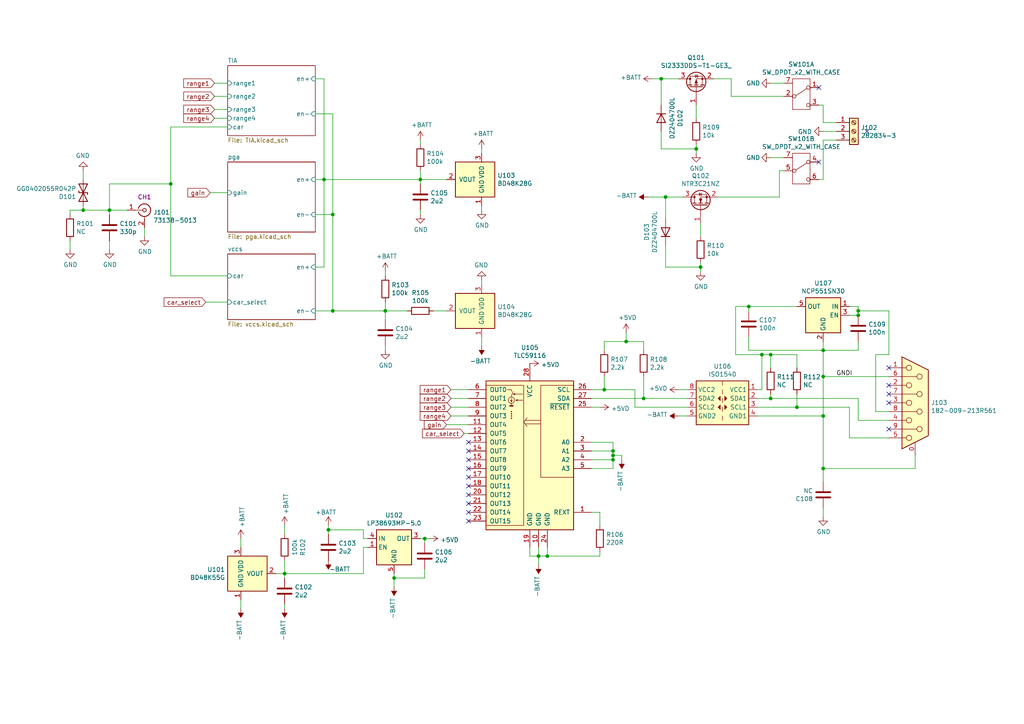
<source format=kicad_sch>
(kicad_sch (version 20211123) (generator eeschema)
  (paper "A4")
  (lib_symbols
    (symbol "Connector:Conn_Coaxial" (pin_names (offset 1.016) hide)
      (property "Reference" "J" (at 0.254 3.048 0))
      (property "Value" "Conn_Coaxial" (at 2.921 0 90))
      (symbol "Conn_Coaxial_0_1"
        (arc (start -1.778 -0.508) (mid 0.222 -1.808) (end 1.778 0) (stroke (width 0.254)))
        (polyline (pts (xy -2.54 0) (xy -0.508 0)))
        (polyline (pts (xy 0 -2.54) (xy 0 -1.778)))
        (circle (center 0 0) (radius 0.508) (stroke (width 0.2032)))
        (arc (start 1.778 0) (mid 0.2221 1.8083) (end -1.778 0.508) (stroke (width 0.254)))
      )
      (symbol "Conn_Coaxial_1_1"
        (pin passive line (at -5.08 0 0) (length 2.54) (name "In") (number "1"))
        (pin passive line (at 0 -5.08 90) (length 2.54) (name "Ext") (number "2"))
      )
    )
    (symbol "Device:C" (pin_numbers hide) (pin_names (offset 0.254))
      (property "Reference" "C" (at 0.635 2.54 0))
      (property "Value" "C" (at 0.635 -2.54 0))
      (symbol "C_0_1"
        (polyline (pts (xy -2.032 -0.762) (xy 2.032 -0.762)) (stroke (width 0.508)))
        (polyline (pts (xy -2.032 0.762) (xy 2.032 0.762)) (stroke (width 0.508)))
      )
      (symbol "C_1_1"
        (pin passive line (at 0 3.81 270) (length 2.794) (name "~") (number "1"))
        (pin passive line (at 0 -3.81 90) (length 2.794) (name "~") (number "2"))
      )
    )
    (symbol "Device:D" (pin_numbers hide) (pin_names (offset 1.016) hide)
      (property "Reference" "D" (at 0 2.54 0))
      (property "Value" "D" (at 0 -2.54 0))
      (symbol "D_0_1"
        (polyline (pts (xy -1.27 1.27) (xy -1.27 -1.27)) (stroke (width 0.254)))
        (polyline (pts (xy 1.27 0) (xy -1.27 0)))
        (polyline (pts (xy 1.27 1.27) (xy 1.27 -1.27) (xy -1.27 0) (xy 1.27 1.27)) (stroke (width 0.254)))
      )
      (symbol "D_1_1"
        (pin passive line (at -3.81 0 0) (length 2.54) (name "K") (number "1"))
        (pin passive line (at 3.81 0 180) (length 2.54) (name "A") (number "2"))
      )
    )
    (symbol "Device:D_TVS" (pin_numbers hide) (pin_names (offset 1.016) hide)
      (property "Reference" "D" (at 0 2.54 0))
      (property "Value" "D_TVS" (at 0 -2.54 0))
      (symbol "D_TVS_0_1"
        (polyline (pts (xy 1.27 0) (xy -1.27 0)))
        (polyline (pts (xy 0.508 1.27) (xy 0 1.27) (xy 0 -1.27) (xy -0.508 -1.27)) (stroke (width 0.254)))
        (polyline (pts (xy -2.54 1.27) (xy -2.54 -1.27) (xy 2.54 1.27) (xy 2.54 -1.27) (xy -2.54 1.27)) (stroke (width 0.254)))
      )
      (symbol "D_TVS_1_1"
        (pin passive line (at -3.81 0 0) (length 2.54) (name "A1") (number "1"))
        (pin passive line (at 3.81 0 180) (length 2.54) (name "A2") (number "2"))
      )
    )
    (symbol "Device:R" (pin_numbers hide) (pin_names (offset 0))
      (property "Reference" "R" (at 2.032 0 90))
      (property "Value" "R" (at 0 0 90))
      (symbol "R_0_1"
        (rectangle (start -1.016 -2.54) (end 1.016 2.54) (stroke (width 0.254)))
      )
      (symbol "R_1_1"
        (pin passive line (at 0 3.81 270) (length 1.27) (name "~") (number "1"))
        (pin passive line (at 0 -3.81 90) (length 1.27) (name "~") (number "2"))
      )
    )
    (symbol "Isolator:ISO1540"
      (property "Reference" "U" (at -6.35 6.35 0))
      (property "Value" "ISO1540" (at 3.81 6.35 0))
      (symbol "ISO1540_0_1"
        (rectangle (start -7.62 5.08) (end 7.62 -7.62) (stroke (width 0.254)) (fill (type background)))
        (rectangle (start 0 -5.08) (end 0 -6.35))
        (polyline (pts (xy 0 -2.54) (xy 0 -3.81)))
        (polyline (pts (xy 0 0) (xy 0 -1.27)))
        (polyline (pts (xy 0 2.54) (xy 0 1.27)))
        (polyline (pts (xy 0 5.08) (xy 0 3.81)))
        (polyline (pts (xy -0.635 0.635) (xy -1.27 0) (xy -0.635 -0.635) (xy -0.635 0.635)) (fill (type outline)))
        (polyline (pts (xy 0.635 -1.905) (xy 1.27 -2.54) (xy 0.635 -3.175) (xy 0.635 -1.905)) (fill (type outline)))
        (polyline (pts (xy 0.635 0.635) (xy 1.27 0) (xy 0.635 -0.635) (xy 0.635 0.635)) (fill (type outline)))
      )
      (symbol "ISO1540_1_1"
        (polyline (pts (xy -0.635 -1.905) (xy -1.27 -2.54) (xy -0.635 -3.175) (xy -0.635 -1.905)) (fill (type outline)))
        (pin power_in line (at -10.16 2.54 0) (length 2.54) (name "VCC1") (number "1"))
        (pin bidirectional line (at -10.16 0 0) (length 2.54) (name "SDA1") (number "2"))
        (pin bidirectional line (at -10.16 -2.54 0) (length 2.54) (name "SCL1") (number "3"))
        (pin power_in line (at -10.16 -5.08 0) (length 2.54) (name "GND1") (number "4"))
        (pin power_in line (at 10.16 -5.08 180) (length 2.54) (name "GND2") (number "5"))
        (pin bidirectional line (at 10.16 -2.54 180) (length 2.54) (name "SCL2") (number "6"))
        (pin bidirectional line (at 10.16 0 180) (length 2.54) (name "SDA2") (number "7"))
        (pin power_in line (at 10.16 2.54 180) (length 2.54) (name "VCC2") (number "8"))
      )
    )
    (symbol "Power_Management:BD48KxxG" (pin_names (offset 1.016))
      (property "Reference" "U" (at -3.81 6.35 0))
      (property "Value" "BD48KxxG" (at -5.08 0 90))
      (symbol "BD48KxxG_1_1"
        (rectangle (start -3.81 5.08) (end 7.62 -5.08) (stroke (width 0.254)) (fill (type background)))
        (pin power_in line (at 0 -7.62 90) (length 2.54) (name "GND") (number "1"))
        (pin output line (at 10.16 0 180) (length 2.54) (name "VOUT") (number "2"))
        (pin power_in line (at 0 7.62 270) (length 2.54) (name "VDD") (number "3"))
      )
    )
    (symbol "Regulator_Linear:LP5907MFX-2.5"
      (property "Reference" "U" (at -3.81 6.35 0))
      (property "Value" "LP5907MFX-2.5" (at 6.35 6.35 0))
      (symbol "LP5907MFX-2.5_0_1"
        (rectangle (start -5.08 -5.08) (end 5.08 5.08) (stroke (width 0.254)) (fill (type background)))
        (pin power_in line (at -7.62 2.54 0) (length 2.54) (name "IN") (number "1"))
        (pin power_in line (at 0 -7.62 90) (length 2.54) (name "GND") (number "2"))
        (pin input line (at -7.62 0 0) (length 2.54) (name "EN") (number "3"))
        (pin no_connect line (at 5.08 0 180) (length 2.54) hide (name "NC") (number "4"))
        (pin power_out line (at 7.62 2.54 180) (length 2.54) (name "OUT") (number "5"))
      )
    )
    (symbol "power:+5VD" (power) (pin_names (offset 0))
      (property "Value" "+5VD" (at 0 3.556 0))
      (symbol "+5VD_0_1"
        (polyline (pts (xy -0.762 1.27) (xy 0 2.54)))
        (polyline (pts (xy 0 0) (xy 0 2.54)))
        (polyline (pts (xy 0 2.54) (xy 0.762 1.27)))
      )
      (symbol "+5VD_1_1"
        (pin power_in line (at 0 0 90) (length 0) hide (name "+5VD") (number "1"))
      )
    )
    (symbol "power:+BATT" (power) (pin_names (offset 0))
      (property "Value" "+BATT" (at 0 3.556 0))
      (symbol "+BATT_0_1"
        (polyline (pts (xy -0.762 1.27) (xy 0 2.54)))
        (polyline (pts (xy 0 0) (xy 0 2.54)))
        (polyline (pts (xy 0 2.54) (xy 0.762 1.27)))
      )
      (symbol "+BATT_1_1"
        (pin power_in line (at 0 0 90) (length 0) hide (name "+BATT") (number "1"))
      )
    )
    (symbol "power:-BATT" (power) (pin_names (offset 0))
      (property "Value" "-BATT" (at 0 3.556 0))
      (symbol "-BATT_0_1"
        (polyline (pts (xy 0 0) (xy 0 2.54)))
        (polyline (pts (xy 0.762 1.27) (xy -0.762 1.27) (xy 0 2.54) (xy 0.762 1.27)) (fill (type outline)))
      )
      (symbol "-BATT_1_1"
        (pin power_in line (at 0 0 90) (length 0) hide (name "-BATT") (number "1"))
      )
    )
    (symbol "power:GND" (power) (pin_names (offset 0))
      (property "Value" "GND" (at 0 -3.81 0))
      (symbol "GND_0_1"
        (polyline (pts (xy 0 0) (xy 0 -1.27) (xy 1.27 -1.27) (xy 0 -2.54) (xy -1.27 -1.27) (xy 0 -1.27)))
      )
      (symbol "GND_1_1"
        (pin power_in line (at 0 0 270) (length 0) hide (name "GND") (number "1"))
      )
    )
    (symbol "tiepieLCR:LP38693MP-5.0"
      (property "Reference" "U" (at -3.81 6.35 0))
      (property "Value" "LP38693MP-5.0" (at 6.35 6.35 0))
      (symbol "LP38693MP-5.0_0_1"
        (rectangle (start -5.08 -5.08) (end 5.08 5.08) (stroke (width 0.254)) (fill (type background)))
        (pin input line (at -7.62 0 0) (length 2.54) (name "EN") (number "1"))
        (pin no_connect line (at 5.08 0 180) (length 2.54) hide (name "NC") (number "2"))
        (pin power_out line (at 7.62 2.54 180) (length 2.54) (name "OUT") (number "3"))
        (pin power_in line (at -7.62 2.54 0) (length 2.54) (name "IN") (number "4"))
        (pin power_in line (at 0 -7.62 90) (length 2.54) (name "GND") (number "5"))
      )
    )
    (symbol "tiepieLCR:NTR3C21NZ" (pin_names (offset 0) hide)
      (property "Reference" "Q" (at 5.08 1.27 0))
      (property "Value" "NTR3C21NZ" (at 5.08 -1.27 0))
      (symbol "NTR3C21NZ_0_1"
        (polyline (pts (xy 0.254 0) (xy -2.54 0)))
        (polyline (pts (xy 0.254 1.905) (xy 0.254 -1.905)) (stroke (width 0.254)))
        (polyline (pts (xy 0.762 -1.27) (xy 0.762 -2.286)) (stroke (width 0.254)))
        (polyline (pts (xy 0.762 0.508) (xy 0.762 -0.508)) (stroke (width 0.254)))
        (polyline (pts (xy 0.762 2.286) (xy 0.762 1.27)) (stroke (width 0.254)))
        (polyline (pts (xy 2.54 2.54) (xy 2.54 1.778)))
        (polyline (pts (xy 2.54 -2.54) (xy 2.54 0) (xy 0.762 0)))
        (polyline (pts (xy 0.762 -1.778) (xy 3.302 -1.778) (xy 3.302 1.778) (xy 0.762 1.778)))
        (polyline (pts (xy 1.016 0) (xy 2.032 0.381) (xy 2.032 -0.381) (xy 1.016 0)) (fill (type outline)))
        (polyline (pts (xy 2.794 0.508) (xy 2.921 0.381) (xy 3.683 0.381) (xy 3.81 0.254)))
        (polyline (pts (xy 3.302 0.381) (xy 2.921 -0.254) (xy 3.683 -0.254) (xy 3.302 0.381)))
        (circle (center 1.651 0) (radius 2.794) (stroke (width 0.254)))
        (circle (center 2.54 -1.778) (radius 0.254) (fill (type outline)))
        (circle (center 2.54 1.778) (radius 0.254) (fill (type outline)))
      )
      (symbol "NTR3C21NZ_1_1"
        (pin input line (at -5.08 0 0) (length 2.54) (name "G") (number "1"))
        (pin input line (at 2.54 -5.08 90) (length 2.54) (name "S") (number "2"))
        (pin power_out line (at 2.54 5.08 270) (length 2.54) (name "D") (number "3"))
      )
    )
    (symbol "tiepieLCR:SI2333DDS-T1-GE3_" (pin_names (offset 0) hide)
      (property "Reference" "Q" (at 5.08 1.27 0))
      (property "Value" "SI2333DDS-T1-GE3_" (at 5.08 -1.27 0))
      (symbol "SI2333DDS-T1-GE3__0_1"
        (polyline (pts (xy 0.254 0) (xy -2.54 0)))
        (polyline (pts (xy 0.254 1.905) (xy 0.254 -1.905)) (stroke (width 0.254)))
        (polyline (pts (xy 0.762 -1.27) (xy 0.762 -2.286)) (stroke (width 0.254)))
        (polyline (pts (xy 0.762 0.508) (xy 0.762 -0.508)) (stroke (width 0.254)))
        (polyline (pts (xy 0.762 2.286) (xy 0.762 1.27)) (stroke (width 0.254)))
        (polyline (pts (xy 2.54 2.54) (xy 2.54 1.778)))
        (polyline (pts (xy 2.54 -2.54) (xy 2.54 0) (xy 0.762 0)))
        (polyline (pts (xy 0.762 1.778) (xy 3.302 1.778) (xy 3.302 -1.778) (xy 0.762 -1.778)))
        (polyline (pts (xy 2.286 0) (xy 1.27 0.381) (xy 1.27 -0.381) (xy 2.286 0)) (fill (type outline)))
        (polyline (pts (xy 2.794 -0.508) (xy 2.921 -0.381) (xy 3.683 -0.381) (xy 3.81 -0.254)))
        (polyline (pts (xy 3.302 -0.381) (xy 2.921 0.254) (xy 3.683 0.254) (xy 3.302 -0.381)))
        (circle (center 1.651 0) (radius 2.794) (stroke (width 0.254)))
        (circle (center 2.54 -1.778) (radius 0.254) (fill (type outline)))
        (circle (center 2.54 1.778) (radius 0.254) (fill (type outline)))
      )
      (symbol "SI2333DDS-T1-GE3__1_1"
        (pin input line (at -5.08 0 0) (length 2.54) (name "G") (number "1"))
        (pin input line (at 2.54 -5.08 90) (length 2.54) (name "S") (number "2"))
        (pin power_out line (at 2.54 5.08 270) (length 2.54) (name "D") (number "3"))
      )
    )
    (symbol "tiepieLCR:SW_DPDT_x2_WITH_CASE" (pin_names (offset 0) hide)
      (property "Reference" "SW" (at 0 4.318 0))
      (property "Value" "SW_DPDT_x2_WITH_CASE" (at 0 -5.08 0))
      (symbol "SW_DPDT_x2_WITH_CASE_0_0"
        (circle (center -2.032 0) (radius 0.508))
        (circle (center 2.032 -2.54) (radius 0.508))
      )
      (symbol "SW_DPDT_x2_WITH_CASE_0_1"
        (polyline (pts (xy -1.524 0.254) (xy 1.651 2.286)))
        (polyline (pts (xy -2.54 5.08) (xy -2.54 -3.81) (xy 2.54 -3.81) (xy 2.54 5.08) (xy -2.54 5.08)))
        (circle (center 2.032 2.54) (radius 0.508))
      )
      (symbol "SW_DPDT_x2_WITH_CASE_1_1"
        (pin passive line (at 5.08 2.54 180) (length 2.54) (name "A") (number "1"))
        (pin passive line (at -5.08 0 0) (length 2.54) (name "B") (number "2"))
        (pin passive line (at 5.08 -2.54 180) (length 2.54) (name "C") (number "3"))
        (pin input line (at -5.08 3.81 0) (length 2.54) (name "CASE") (number "7"))
      )
      (symbol "SW_DPDT_x2_WITH_CASE_2_1"
        (pin passive line (at 5.08 2.54 180) (length 2.54) (name "A") (number "4"))
        (pin passive line (at -5.08 0 0) (length 2.54) (name "B") (number "5"))
        (pin passive line (at 5.08 -2.54 180) (length 2.54) (name "C") (number "6"))
        (pin input line (at -5.08 3.81 0) (length 2.54) (name "CASE") (number "7"))
      )
    )
    (symbol "tiepieLCR:TLC59116" (pin_names (offset 1.016))
      (property "Reference" "U" (at -12.7 22.225 0))
      (property "Value" "TLC59116" (at 12.7 22.225 0))
      (symbol "TLC59116_0_1"
        (rectangle (start -12.7 19.05) (end -3.175 -7.62))
        (rectangle (start -12.7 20.32) (end 12.7 -22.86) (stroke (width 0.254)) (fill (type background)))
        (polyline (pts (xy -3.175 8.89) (xy 1.27 8.89)))
        (polyline (pts (xy 1.27 7.874) (xy -3.175 7.874)))
        (polyline (pts (xy 1.778 8.382) (xy 0.762 7.112)))
        (polyline (pts (xy 1.778 8.382) (xy 0.762 9.652)))
        (polyline (pts (xy 5.334 13.716) (xy 5.334 13.208)))
        (polyline (pts (xy 5.334 14.224) (xy 5.588 14.732)))
        (polyline (pts (xy 5.334 15.24) (xy 5.334 14.224) (xy 5.08 14.732)))
        (polyline (pts (xy 5.334 15.748) (xy 5.334 16.002) (xy 4.826 17.272)))
        (polyline (pts (xy 5.334 17.272) (xy 5.334 17.78) (xy 6.604 17.78)))
        (polyline (pts (xy 2.032 14.732) (xy 4.064 14.732) (xy 3.556 14.986) (xy 4.064 14.732) (xy 3.556 14.478)))
        (polyline (pts (xy 2.032 16.51) (xy 4.826 16.51) (xy 4.318 16.764) (xy 4.826 16.51) (xy 4.318 16.256)))
        (rectangle (start 1.778 19.05) (end 12.7 -21.59))
        (rectangle (start 4.826 13.208) (end 5.842 12.954) (fill (type outline)))
        (circle (center 5.334 9.525) (radius 0.127) (fill (type outline)))
        (circle (center 5.334 10.16) (radius 0.127) (fill (type outline)))
        (circle (center 5.334 10.795) (radius 0.127) (fill (type outline)))
        (circle (center 5.334 11.43) (radius 0.127) (fill (type outline)))
        (circle (center 5.334 14.732) (radius 0.9144))
      )
      (symbol "TLC59116_1_1"
        (pin input line (at -17.78 -17.78 0) (length 5.08) (name "REXT") (number "1"))
        (pin power_in line (at -2.54 -27.94 90) (length 5.08) (name "GND") (number "10"))
        (pin open_collector line (at 17.78 7.62 180) (length 5.08) (name "OUT4") (number "11"))
        (pin open_collector line (at 17.78 5.08 180) (length 5.08) (name "OUT5") (number "12"))
        (pin open_collector line (at 17.78 2.54 180) (length 5.08) (name "OUT6") (number "13"))
        (pin open_collector line (at 17.78 0 180) (length 5.08) (name "OUT7") (number "14"))
        (pin open_collector line (at 17.78 -2.54 180) (length 5.08) (name "OUT8") (number "15"))
        (pin open_collector line (at 17.78 -5.08 180) (length 5.08) (name "OUT9") (number "16"))
        (pin open_collector line (at 17.78 -7.62 180) (length 5.08) (name "OUT10") (number "17"))
        (pin open_collector line (at 17.78 -10.16 180) (length 5.08) (name "OUT11") (number "18"))
        (pin power_in line (at 0 -27.94 90) (length 5.08) (name "GND") (number "19"))
        (pin input line (at -17.78 2.54 0) (length 5.08) (name "A0") (number "2"))
        (pin open_collector line (at 17.78 -12.7 180) (length 5.08) (name "OUT12") (number "20"))
        (pin open_collector line (at 17.78 -15.24 180) (length 5.08) (name "OUT13") (number "21"))
        (pin open_collector line (at 17.78 -17.78 180) (length 5.08) (name "OUT14") (number "22"))
        (pin open_collector line (at 17.78 -20.32 180) (length 5.08) (name "OUT15") (number "23"))
        (pin power_in line (at -5.08 -27.94 90) (length 5.08) (name "GND") (number "24"))
        (pin input line (at -17.78 12.7 0) (length 5.08) (name "~{RESET}") (number "25"))
        (pin open_collector line (at -17.78 17.78 0) (length 5.08) (name "SCL") (number "26"))
        (pin open_collector line (at -17.78 15.24 0) (length 5.08) (name "SDA") (number "27"))
        (pin power_in line (at 0 25.4 270) (length 5.08) (name "VCC") (number "28"))
        (pin input line (at -17.78 0 0) (length 5.08) (name "A1") (number "3"))
        (pin input line (at -17.78 -2.54 0) (length 5.08) (name "A2") (number "4"))
        (pin input line (at -17.78 -5.08 0) (length 5.08) (name "A3") (number "5"))
        (pin open_collector line (at 17.78 17.78 180) (length 5.08) (name "OUT0") (number "6"))
        (pin open_collector line (at 17.78 15.24 180) (length 5.08) (name "OUT1") (number "7"))
        (pin open_collector line (at 17.78 12.7 180) (length 5.08) (name "OUT2") (number "8"))
        (pin open_collector line (at 17.78 10.16 180) (length 5.08) (name "OUT3") (number "9"))
      )
    )
    (symbol "tiepieLCR:battery_2P" (pin_names (offset 1.016) hide)
      (property "Reference" "J" (at 0 5.08 0))
      (property "Value" "battery_2P" (at 0 -5.08 0))
      (symbol "battery_2P_1_1"
        (rectangle (start -1.27 3.81) (end 1.27 -3.81) (stroke (width 0.254)) (fill (type background)))
        (circle (center 0 -2.54) (radius 0.635) (stroke (width 0.1524)))
        (polyline (pts (xy -0.5334 -2.2098) (xy 0.3302 -3.048)) (stroke (width 0.1524)))
        (polyline (pts (xy -0.5334 0.3302) (xy 0.3302 -0.508)) (stroke (width 0.1524)))
        (polyline (pts (xy -0.5334 2.8702) (xy 0.3302 2.032)) (stroke (width 0.1524)))
        (polyline (pts (xy -0.3556 -2.032) (xy 0.508 -2.8702)) (stroke (width 0.1524)))
        (polyline (pts (xy -0.3556 0.508) (xy 0.508 -0.3302)) (stroke (width 0.1524)))
        (polyline (pts (xy -0.3556 3.048) (xy 0.508 2.2098)) (stroke (width 0.1524)))
        (circle (center 0 0) (radius 0.635) (stroke (width 0.1524)))
        (circle (center 0 2.54) (radius 0.635) (stroke (width 0.1524)))
        (pin power_out line (at -5.08 2.54 0) (length 3.81) (name "Pin_1") (number "1"))
        (pin power_out line (at -5.08 0 0) (length 3.81) (name "Pin_2") (number "2"))
        (pin power_out line (at -5.08 -2.54 0) (length 3.81) (name "Pin_3") (number "3"))
      )
    )
    (symbol "tiepieLCR:tiepie_aux" (pin_names (offset 1.016) hide)
      (property "Reference" "J" (at 0 16.51 0))
      (property "Value" "tiepie_aux" (at 0 14.605 0))
      (symbol "tiepie_aux_0_1"
        (circle (center -1.778 -10.16) (radius 0.762))
        (circle (center -1.778 -5.08) (radius 0.762))
        (circle (center -1.778 0) (radius 0.762))
        (circle (center -1.778 5.08) (radius 0.762))
        (circle (center -1.778 10.16) (radius 0.762))
        (polyline (pts (xy -3.81 -10.16) (xy -2.54 -10.16)))
        (polyline (pts (xy -3.81 -7.62) (xy 0.508 -7.62)))
        (polyline (pts (xy -3.81 -5.08) (xy -2.54 -5.08)))
        (polyline (pts (xy -3.81 -2.54) (xy 0.508 -2.54)))
        (polyline (pts (xy -3.81 0) (xy -2.54 0)))
        (polyline (pts (xy -3.81 2.54) (xy 0.508 2.54)))
        (polyline (pts (xy -3.81 5.08) (xy -2.54 5.08)))
        (polyline (pts (xy -3.81 7.62) (xy 0.508 7.62)))
        (polyline (pts (xy -3.81 10.16) (xy -2.54 10.16)))
        (polyline (pts (xy -3.81 13.335) (xy -3.81 -13.335) (xy 3.81 -9.525) (xy 3.81 9.525) (xy -3.81 13.335)) (stroke (width 0.254)) (fill (type background)))
        (circle (center 1.27 -7.62) (radius 0.762))
        (circle (center 1.27 -2.54) (radius 0.762))
        (circle (center 1.27 2.54) (radius 0.762))
        (circle (center 1.27 7.62) (radius 0.762))
      )
      (symbol "tiepie_aux_1_1"
        (pin passive line (at 0 -15.24 90) (length 3.81) (name "PAD") (number "0"))
        (pin passive line (at -7.62 10.16 0) (length 3.81) (name "EXT1") (number "1"))
        (pin passive line (at -7.62 5.08 0) (length 3.81) (name "EXT2") (number "2"))
        (pin passive line (at -7.62 0 0) (length 3.81) (name "EXT3") (number "3"))
        (pin passive line (at -7.62 -5.08 0) (length 3.81) (name "SDA") (number "4"))
        (pin passive line (at -7.62 -10.16 0) (length 3.81) (name "SCL") (number "5"))
        (pin power_out line (at -7.62 7.62 0) (length 3.81) (name "GND") (number "6"))
        (pin power_out line (at -7.62 2.54 0) (length 3.81) (name "IN") (number "7"))
        (pin power_out line (at -7.62 -2.54 0) (length 3.81) (name "OUT") (number "8"))
        (pin passive line (at -7.62 -7.62 0) (length 3.81) (name "RES") (number "9"))
      )
    )
  )
  (junction (at 177.8 132.08))
  (junction (at 95.25 153.67))
  (junction (at 156.21 161.29))
  (junction (at 201.93 43.18))
  (junction (at 238.76 101.6))
  (junction (at 24.13 60.96))
  (junction (at 231.14 118.11))
  (junction (at 114.3 167.64))
  (junction (at 186.69 115.57))
  (junction (at 203.2 77.47))
  (junction (at 31.75 60.96))
  (junction (at 93.98 52.07))
  (junction (at 49.53 53.34))
  (junction (at 123.19 156.21))
  (junction (at 158.75 161.29))
  (junction (at 96.52 90.17))
  (junction (at 223.52 102.87))
  (junction (at 223.52 115.57))
  (junction (at 217.17 88.9))
  (junction (at 248.92 91.44))
  (junction (at 96.52 62.23))
  (junction (at 238.76 109.22))
  (junction (at 248.92 90.17))
  (junction (at 177.8 130.81))
  (junction (at 238.76 120.65))
  (junction (at 82.55 166.37))
  (junction (at 181.61 99.06))
  (junction (at 175.26 113.03))
  (junction (at 111.76 90.17))
  (junction (at 121.92 52.07))
  (junction (at 193.04 57.15))
  (junction (at 177.8 133.35))
  (junction (at 220.98 102.87))
  (junction (at 238.76 135.89))
  (junction (at 191.77 22.86))
  (no_connect (at 257.81 116.84))
  (no_connect (at 135.89 151.13))
  (no_connect (at 257.81 106.68))
  (no_connect (at 135.89 135.89))
  (no_connect (at 237.49 46.99))
  (no_connect (at 135.89 146.05))
  (no_connect (at 257.81 114.3))
  (no_connect (at 135.89 140.97))
  (no_connect (at 135.89 130.81))
  (no_connect (at 257.81 124.46))
  (no_connect (at 251.46 38.1))
  (no_connect (at 237.49 25.4))
  (no_connect (at 135.89 133.35))
  (no_connect (at 135.89 128.27))
  (no_connect (at 257.81 111.76))
  (no_connect (at 135.89 148.59))
  (no_connect (at -180.34 93.98))
  (no_connect (at 135.89 138.43))
  (no_connect (at 135.89 143.51))
  (wire (pts (xy 175.26 99.06) (xy 181.61 99.06)))
  (wire (pts (xy 80.01 166.37) (xy 82.55 166.37)))
  (wire (pts (xy 20.32 62.23) (xy 20.32 60.96)))
  (wire (pts (xy 20.32 69.85) (xy 20.32 72.39)))
  (wire (pts (xy 173.99 152.4) (xy 173.99 148.59)))
  (wire (pts (xy 82.55 166.37) (xy 82.55 162.56)))
  (wire (pts (xy 237.49 30.48) (xy 238.76 30.48)))
  (wire (pts (xy 212.09 27.94) (xy 227.33 27.94)))
  (wire (pts (xy 198.12 57.15) (xy 193.04 57.15)))
  (wire (pts (xy 105.41 156.21) (xy 106.68 156.21)))
  (wire (pts (xy 111.76 101.6) (xy 111.76 100.33)))
  (wire (pts (xy 231.14 118.11) (xy 246.38 118.11)))
  (wire (pts (xy 186.69 109.22) (xy 186.69 115.57)))
  (wire (pts (xy 213.36 88.9) (xy 213.36 102.87)))
  (wire (pts (xy 66.04 87.63) (xy 59.69 87.63)))
  (wire (pts (xy 93.98 52.07) (xy 121.92 52.07)))
  (wire (pts (xy 93.98 22.86) (xy 93.98 52.07)))
  (wire (pts (xy 199.39 113.03) (xy 196.85 113.03)))
  (wire (pts (xy 105.41 153.67) (xy 105.41 156.21)))
  (wire (pts (xy 173.99 148.59) (xy 171.45 148.59)))
  (wire (pts (xy 246.38 127) (xy 257.81 127)))
  (wire (pts (xy 24.13 52.07) (xy 24.13 49.53)))
  (wire (pts (xy 123.19 157.48) (xy 123.19 156.21)))
  (wire (pts (xy 91.44 90.17) (xy 96.52 90.17)))
  (wire (pts (xy 177.8 132.08) (xy 180.34 132.08)))
  (wire (pts (xy 62.23 34.29) (xy 66.04 34.29)))
  (wire (pts (xy 31.75 60.96) (xy 36.83 60.96)))
  (wire (pts (xy 62.23 31.75) (xy 66.04 31.75)))
  (wire (pts (xy 24.13 60.96) (xy 31.75 60.96)))
  (wire (pts (xy 24.13 60.96) (xy 20.32 60.96)))
  (wire (pts (xy 201.93 41.91) (xy 201.93 43.18)))
  (wire (pts (xy 93.98 52.07) (xy 93.98 77.47)))
  (wire (pts (xy 31.75 62.23) (xy 31.75 60.96)))
  (wire (pts (xy 177.8 133.35) (xy 171.45 133.35)))
  (wire (pts (xy 265.43 132.08) (xy 265.43 135.89)))
  (wire (pts (xy 139.7 43.18) (xy 139.7 44.45)))
  (wire (pts (xy 248.92 88.9) (xy 248.92 90.17)))
  (wire (pts (xy 226.06 49.53) (xy 226.06 57.15)))
  (wire (pts (xy 217.17 101.6) (xy 238.76 101.6)))
  (wire (pts (xy 177.8 132.08) (xy 177.8 130.81)))
  (wire (pts (xy 69.85 158.75) (xy 69.85 156.21)))
  (wire (pts (xy 257.81 90.17) (xy 257.81 102.87)))
  (wire (pts (xy 153.67 158.75) (xy 153.67 161.29)))
  (wire (pts (xy 31.75 53.34) (xy 49.53 53.34)))
  (wire (pts (xy 193.04 57.15) (xy 187.96 57.15)))
  (wire (pts (xy 62.23 27.94) (xy 66.04 27.94)))
  (wire (pts (xy 177.8 130.81) (xy 177.8 128.27)))
  (wire (pts (xy 121.92 40.64) (xy 121.92 41.91)))
  (wire (pts (xy 66.04 80.01) (xy 49.53 80.01)))
  (wire (pts (xy 217.17 97.79) (xy 217.17 101.6)))
  (wire (pts (xy 223.52 106.68) (xy 223.52 102.87)))
  (wire (pts (xy 203.2 77.47) (xy 203.2 78.74)))
  (wire (pts (xy 105.41 166.37) (xy 82.55 166.37)))
  (wire (pts (xy 238.76 120.65) (xy 238.76 109.22)))
  (wire (pts (xy 203.2 76.2) (xy 203.2 77.47)))
  (wire (pts (xy 246.38 127) (xy 246.38 118.11)))
  (wire (pts (xy 135.89 125.73) (xy 134.62 125.73)))
  (wire (pts (xy 96.52 62.23) (xy 96.52 90.17)))
  (wire (pts (xy 111.76 87.63) (xy 111.76 90.17)))
  (wire (pts (xy 106.68 158.75) (xy 105.41 158.75)))
  (wire (pts (xy 111.76 78.74) (xy 111.76 80.01)))
  (wire (pts (xy 82.55 167.64) (xy 82.55 166.37)))
  (wire (pts (xy 238.76 109.22) (xy 257.81 109.22)))
  (wire (pts (xy 66.04 24.13) (xy 62.23 24.13)))
  (wire (pts (xy 177.8 135.89) (xy 177.8 133.35)))
  (wire (pts (xy 49.53 53.34) (xy 49.53 80.01)))
  (wire (pts (xy 135.89 120.65) (xy 130.81 120.65)))
  (wire (pts (xy 139.7 100.33) (xy 139.7 97.79)))
  (wire (pts (xy 254 102.87) (xy 257.81 102.87)))
  (wire (pts (xy 171.45 130.81) (xy 177.8 130.81)))
  (wire (pts (xy 60.96 55.88) (xy 66.04 55.88)))
  (wire (pts (xy 219.71 118.11) (xy 231.14 118.11)))
  (wire (pts (xy 184.15 118.11) (xy 199.39 118.11)))
  (wire (pts (xy 203.2 64.77) (xy 203.2 68.58)))
  (wire (pts (xy 31.75 53.34) (xy 31.75 60.96)))
  (wire (pts (xy 248.92 115.57) (xy 248.92 121.92)))
  (wire (pts (xy 238.76 30.48) (xy 238.76 35.56)))
  (wire (pts (xy 242.57 38.1) (xy 238.76 38.1)))
  (wire (pts (xy 231.14 102.87) (xy 223.52 102.87)))
  (wire (pts (xy 121.92 52.07) (xy 129.54 52.07)))
  (wire (pts (xy 175.26 109.22) (xy 175.26 113.03)))
  (wire (pts (xy 180.34 133.35) (xy 180.34 132.08)))
  (wire (pts (xy 95.25 153.67) (xy 105.41 153.67)))
  (wire (pts (xy 208.28 57.15) (xy 226.06 57.15)))
  (wire (pts (xy 121.92 60.96) (xy 121.92 62.23)))
  (wire (pts (xy 248.92 121.92) (xy 257.81 121.92)))
  (wire (pts (xy 193.04 63.5) (xy 193.04 57.15)))
  (wire (pts (xy 121.92 53.34) (xy 121.92 52.07)))
  (wire (pts (xy 130.81 113.03) (xy 135.89 113.03)))
  (wire (pts (xy 238.76 52.07) (xy 237.49 52.07)))
  (wire (pts (xy 181.61 99.06) (xy 186.69 99.06)))
  (wire (pts (xy 91.44 22.86) (xy 93.98 22.86)))
  (wire (pts (xy 191.77 43.18) (xy 201.93 43.18)))
  (wire (pts (xy 213.36 88.9) (xy 217.17 88.9)))
  (wire (pts (xy 184.15 113.03) (xy 184.15 118.11)))
  (wire (pts (xy 223.52 24.13) (xy 227.33 24.13)))
  (wire (pts (xy 139.7 60.96) (xy 139.7 59.69)))
  (wire (pts (xy 196.85 120.65) (xy 199.39 120.65)))
  (wire (pts (xy 201.93 30.48) (xy 201.93 34.29)))
  (wire (pts (xy 130.81 118.11) (xy 135.89 118.11)))
  (wire (pts (xy 238.76 147.32) (xy 238.76 149.86)))
  (wire (pts (xy 191.77 38.1) (xy 191.77 43.18)))
  (wire (pts (xy 181.61 96.52) (xy 181.61 99.06)))
  (wire (pts (xy 114.3 167.64) (xy 123.19 167.64)))
  (wire (pts (xy 223.52 115.57) (xy 248.92 115.57)))
  (wire (pts (xy 238.76 139.7) (xy 238.76 135.89)))
  (wire (pts (xy 219.71 113.03) (xy 220.98 113.03)))
  (wire (pts (xy 95.25 153.67) (xy 95.25 152.4)))
  (wire (pts (xy 186.69 101.6) (xy 186.69 99.06)))
  (wire (pts (xy 248.92 90.17) (xy 248.92 91.44)))
  (wire (pts (xy 248.92 91.44) (xy 246.38 91.44)))
  (wire (pts (xy 248.92 90.17) (xy 257.81 90.17)))
  (wire (pts (xy 121.92 156.21) (xy 123.19 156.21)))
  (wire (pts (xy 24.13 59.69) (xy 24.13 60.96)))
  (wire (pts (xy 49.53 36.83) (xy 49.53 53.34)))
  (wire (pts (xy 156.21 161.29) (xy 156.21 163.83)))
  (wire (pts (xy 158.75 161.29) (xy 173.99 161.29)))
  (wire (pts (xy 69.85 173.99) (xy 69.85 176.53)))
  (wire (pts (xy 31.75 69.85) (xy 31.75 72.39)))
  (wire (pts (xy 173.99 160.02) (xy 173.99 161.29)))
  (wire (pts (xy 213.36 102.87) (xy 220.98 102.87)))
  (wire (pts (xy 82.55 175.26) (xy 82.55 176.53)))
  (wire (pts (xy 177.8 128.27) (xy 171.45 128.27)))
  (wire (pts (xy 91.44 52.07) (xy 93.98 52.07)))
  (wire (pts (xy 223.52 45.72) (xy 227.33 45.72)))
  (wire (pts (xy 153.67 161.29) (xy 156.21 161.29)))
  (wire (pts (xy 171.45 113.03) (xy 175.26 113.03)))
  (wire (pts (xy 254 119.38) (xy 257.81 119.38)))
  (wire (pts (xy 135.89 115.57) (xy 130.81 115.57)))
  (wire (pts (xy 121.92 49.53) (xy 121.92 52.07)))
  (wire (pts (xy 111.76 90.17) (xy 118.11 90.17)))
  (wire (pts (xy 220.98 102.87) (xy 220.98 113.03)))
  (wire (pts (xy 171.45 115.57) (xy 186.69 115.57)))
  (wire (pts (xy 238.76 40.64) (xy 238.76 52.07)))
  (wire (pts (xy 231.14 106.68) (xy 231.14 102.87)))
  (wire (pts (xy 175.26 113.03) (xy 184.15 113.03)))
  (wire (pts (xy 123.19 167.64) (xy 123.19 165.1)))
  (wire (pts (xy 171.45 135.89) (xy 177.8 135.89)))
  (wire (pts (xy 189.23 22.86) (xy 191.77 22.86)))
  (wire (pts (xy 238.76 135.89) (xy 238.76 120.65)))
  (wire (pts (xy 193.04 71.12) (xy 193.04 77.47)))
  (wire (pts (xy 265.43 135.89) (xy 238.76 135.89)))
  (wire (pts (xy 212.09 22.86) (xy 207.01 22.86)))
  (wire (pts (xy 217.17 90.17) (xy 217.17 88.9)))
  (wire (pts (xy 246.38 88.9) (xy 248.92 88.9)))
  (wire (pts (xy 201.93 43.18) (xy 201.93 44.45)))
  (wire (pts (xy 158.75 161.29) (xy 158.75 158.75)))
  (wire (pts (xy 171.45 118.11) (xy 173.99 118.11)))
  (wire (pts (xy 191.77 30.48) (xy 191.77 22.86)))
  (wire (pts (xy 227.33 49.53) (xy 226.06 49.53)))
  (wire (pts (xy 114.3 167.64) (xy 114.3 170.18)))
  (wire (pts (xy 82.55 154.94) (xy 82.55 152.4)))
  (wire (pts (xy 49.53 36.83) (xy 66.04 36.83)))
  (wire (pts (xy 177.8 132.08) (xy 177.8 133.35)))
  (wire (pts (xy 242.57 35.56) (xy 238.76 35.56)))
  (wire (pts (xy 238.76 109.22) (xy 238.76 101.6)))
  (wire (pts (xy 238.76 101.6) (xy 248.92 101.6)))
  (wire (pts (xy 125.73 90.17) (xy 129.54 90.17)))
  (wire (pts (xy 191.77 22.86) (xy 196.85 22.86)))
  (wire (pts (xy 96.52 62.23) (xy 91.44 62.23)))
  (wire (pts (xy 212.09 27.94) (xy 212.09 22.86)))
  (wire (pts (xy 95.25 154.94) (xy 95.25 153.67)))
  (wire (pts (xy 41.91 68.58) (xy 41.91 66.04)))
  (wire (pts (xy 156.21 161.29) (xy 158.75 161.29)))
  (wire (pts (xy 156.21 158.75) (xy 156.21 161.29)))
  (wire (pts (xy 193.04 77.47) (xy 203.2 77.47)))
  (wire (pts (xy 238.76 99.06) (xy 238.76 101.6)))
  (wire (pts (xy 186.69 115.57) (xy 199.39 115.57)))
  (wire (pts (xy 238.76 40.64) (xy 242.57 40.64)))
  (wire (pts (xy 129.54 123.19) (xy 135.89 123.19)))
  (wire (pts (xy 231.14 114.3) (xy 231.14 118.11)))
  (wire (pts (xy 111.76 92.71) (xy 111.76 90.17)))
  (wire (pts (xy 223.52 102.87) (xy 220.98 102.87)))
  (wire (pts (xy 111.76 90.17) (xy 96.52 90.17)))
  (wire (pts (xy 139.7 82.55) (xy 139.7 81.28)))
  (wire (pts (xy 219.71 120.65) (xy 238.76 120.65)))
  (wire (pts (xy 93.98 77.47) (xy 91.44 77.47)))
  (wire (pts (xy 223.52 114.3) (xy 223.52 115.57)))
  (wire (pts (xy 105.41 158.75) (xy 105.41 166.37)))
  (wire (pts (xy 254 119.38) (xy 254 102.87)))
  (wire (pts (xy 217.17 88.9) (xy 231.14 88.9)))
  (wire (pts (xy 91.44 33.02) (xy 96.52 33.02)))
  (wire (pts (xy 96.52 33.02) (xy 96.52 62.23)))
  (wire (pts (xy 123.19 156.21) (xy 124.46 156.21)))
  (wire (pts (xy 248.92 101.6) (xy 248.92 99.06)))
  (wire (pts (xy 175.26 99.06) (xy 175.26 101.6)))
  (wire (pts (xy 114.3 166.37) (xy 114.3 167.64)))
  (wire (pts (xy 219.71 115.57) (xy 223.52 115.57)))
  (label "GNDI" (at 242.57 109.22 0))
  (global_label "range1" (shape input) (at 130.81 113.03 180) (property "Intersheet References" "${INTERSHEET_REFS}" (effects hide)))
  (global_label "range4" (shape input) (at 62.23 34.29 180) (property "Intersheet References" "${INTERSHEET_REFS}" (effects hide)))
  (global_label "range3" (shape input) (at 130.81 118.11 180) (property "Intersheet References" "${INTERSHEET_REFS}" (effects hide)))
  (global_label "gain" (shape input) (at 60.96 55.88 180) (property "Intersheet References" "${INTERSHEET_REFS}" (effects hide)))
  (global_label "range1" (shape input) (at 62.23 24.13 180) (property "Intersheet References" "${INTERSHEET_REFS}" (effects hide)))
  (global_label "range4" (shape input) (at 130.81 120.65 180) (property "Intersheet References" "${INTERSHEET_REFS}" (effects hide)))
  (global_label "car_select" (shape input) (at 134.62 125.73 180) (property "Intersheet References" "${INTERSHEET_REFS}" (effects hide)))
  (global_label "range2" (shape input) (at 130.81 115.57 180) (property "Intersheet References" "${INTERSHEET_REFS}" (effects hide)))
  (global_label "car_select" (shape input) (at 59.69 87.63 180) (property "Intersheet References" "${INTERSHEET_REFS}" (effects hide)))
  (global_label "range2" (shape input) (at 62.23 27.94 180) (property "Intersheet References" "${INTERSHEET_REFS}" (effects hide)))
  (global_label "gain" (shape input) (at 129.54 123.19 180) (property "Intersheet References" "${INTERSHEET_REFS}" (effects hide)))
  (global_label "range3" (shape input) (at 62.23 31.75 180) (property "Intersheet References" "${INTERSHEET_REFS}" (effects hide)))
  (symbol (lib_id "Isolator:ISO1540") (at 209.55 115.57 0) (mirror y) (unit 1)
    (property "Reference" "U106" (at 209.55 106.2482 0))
    (property "Value" "ISO1540" (at 209.55 108.5596 0))
    (property "Footprint" "Package_SO:SOIC-8_3.9x4.9mm_P1.27mm" (effects hide))
    (property "Datasheet" "http://www.ti.com/lit/ds/symlink/iso1541.pdf" (effects hide))
  )
  (symbol (lib_id "Device:R") (at 186.69 105.41 180) (unit 1)
    (property "Reference" "R108" (at 188.468 104.2416 0) (effects (justify right)))
    (property "Value" "2.2k" (at 188.468 106.553 0) (effects (justify right)))
    (property "Footprint" "Resistor_SMD:R_0603_1608Metric_Pad1.05x0.95mm_HandSolder" (effects hide))
  )
  (symbol (lib_id "Device:R") (at 175.26 105.41 180) (unit 1)
    (property "Reference" "R107" (at 177.038 104.2416 0) (effects (justify right)))
    (property "Value" "2.2k" (at 177.038 106.553 0) (effects (justify right)))
    (property "Footprint" "Resistor_SMD:R_0603_1608Metric_Pad1.05x0.95mm_HandSolder" (effects hide))
  )
  (symbol (lib_id "Connector:Conn_Coaxial") (at 41.91 60.96 0)
    (property "Reference" "J101" (at 44.45 61.595 0) (effects (justify left)))
    (property "Value" "73138-5013" (at 44.45 63.9064 0) (effects (justify left)))
    (property "Footprint" "tiepieLCR:0731385033" (effects hide))
    (property "Datasheet" " ~" (effects hide))
    (property "Name" "CH1" (at 41.91 57.15 0))
  )
  (symbol (lib_id "power:GND") (at 41.91 68.58 0)
    (property "Reference" "#PWR0104" (effects hide))
    (property "Value" "GND" (at 42.037 72.9742 0))
  )
  (symbol (lib_id "Device:R") (at 20.32 66.04 0)
    (property "Reference" "R101" (at 22.098 64.8716 0) (effects (justify left)))
    (property "Value" "NC" (at 22.098 67.183 0) (effects (justify left)))
    (property "Footprint" "Resistor_SMD:R_0603_1608Metric_Pad1.05x0.95mm_HandSolder" (effects hide))
  )
  (symbol (lib_id "power:GND") (at 31.75 72.39 0)
    (property "Reference" "#PWR0103" (effects hide))
    (property "Value" "GND" (at 31.877 76.7842 0))
  )
  (symbol (lib_id "power:GND") (at 20.32 72.39 0)
    (property "Reference" "#PWR0101" (effects hide))
    (property "Value" "GND" (at 20.447 76.7842 0))
  )
  (symbol (lib_id "Device:C") (at 31.75 66.04 0)
    (property "Reference" "C101" (at 34.671 64.8716 0) (effects (justify left)))
    (property "Value" "330p" (at 34.671 67.183 0) (effects (justify left)))
    (property "Footprint" "Capacitor_SMD:C_0603_1608Metric_Pad1.05x0.95mm_HandSolder" (effects hide))
  )
  (symbol (lib_id "power:+5VD") (at 181.61 96.52 0) (unit 1)
    (property "Reference" "#PWR0125" (effects hide))
    (property "Value" "+5VD" (at 181.991 92.1258 0))
  )
  (symbol (lib_id "power:+5VD") (at 196.85 113.03 90) (unit 1)
    (property "Reference" "#PWR0128" (effects hide))
    (property "Value" "+5VD" (at 193.5988 112.649 90) (effects (justify left)))
  )
  (symbol (lib_id "power:-BATT") (at 196.85 120.65 90) (unit 1)
    (property "Reference" "#PWR0129" (effects hide))
    (property "Value" "-BATT" (at 193.6242 120.269 90) (effects (justify left)))
  )
  (symbol (lib_id "Regulator_Linear:LP5907MFX-2.5") (at 238.76 91.44 0) (mirror y)
    (property "Reference" "U107" (at 238.76 82.1182 0))
    (property "Value" " NCP551SN30" (at 238.76 84.4296 0))
    (property "Footprint" "Package_TO_SOT_SMD:SOT-23-5" (effects hide))
    (property "Datasheet" "http://www.ti.com/lit/ds/symlink/lp5907.pdf" (effects hide))
  )
  (symbol (lib_id "power:+5VD") (at 173.99 118.11 270) (unit 1)
    (property "Reference" "#PWR0123" (effects hide))
    (property "Value" "+5VD" (at 177.2412 118.491 90) (effects (justify left)))
  )
  (symbol (lib_id "power:-BATT") (at 180.34 133.35 180) (unit 1)
    (property "Reference" "#PWR0124" (effects hide))
    (property "Value" "-BATT" (at 179.959 136.5758 90) (effects (justify left)))
  )
  (symbol (lib_id "power:-BATT") (at 156.21 163.83 180) (unit 1)
    (property "Reference" "#PWR0122" (effects hide))
    (property "Value" "-BATT" (at 155.829 167.0558 90) (effects (justify left)))
  )
  (symbol (lib_id "Device:R") (at 173.99 156.21 0) (unit 1)
    (property "Reference" "R106" (at 175.768 155.0416 0) (effects (justify left)))
    (property "Value" "220R" (at 175.768 157.353 0) (effects (justify left)))
    (property "Footprint" "Resistor_SMD:R_0603_1608Metric_Pad1.05x0.95mm_HandSolder" (effects hide))
  )
  (symbol (lib_id "Device:C") (at 248.92 95.25 0) (unit 1)
    (property "Reference" "C109" (at 251.841 94.0816 0) (effects (justify left)))
    (property "Value" "100n" (at 251.841 96.393 0) (effects (justify left)))
    (property "Footprint" "Capacitor_SMD:C_0603_1608Metric_Pad1.05x0.95mm_HandSolder" (effects hide))
  )
  (symbol (lib_id "Device:C") (at 217.17 93.98 0) (unit 1)
    (property "Reference" "C107" (at 220.091 92.8116 0) (effects (justify left)))
    (property "Value" "100n" (at 220.091 95.123 0) (effects (justify left)))
    (property "Footprint" "Capacitor_SMD:C_0603_1608Metric_Pad1.05x0.95mm_HandSolder" (effects hide))
  )
  (symbol (lib_id "power:+5VD") (at 153.67 105.41 270) (unit 1)
    (property "Reference" "#PWR0121" (effects hide))
    (property "Value" "+5VD" (at 156.9212 105.791 90) (effects (justify left)))
  )
  (symbol (lib_id "Device:D") (at 191.77 34.29 90) (mirror x)
    (property "Reference" "D102" (at 197.2564 34.29 0))
    (property "Value" "DZ2404700L" (at 194.945 34.29 0))
    (property "Footprint" "Diode_SMD:D_SOD-128" (effects hide))
  )
  (symbol (lib_id "Device:D") (at 193.04 67.31 270) (mirror x)
    (property "Reference" "D103" (at 187.5536 67.31 0))
    (property "Value" "DZ2404700L" (at 189.865 67.31 0))
    (property "Footprint" "Diode_SMD:D_SOD-128" (effects hide))
  )
  (symbol (lib_id "power:-BATT") (at 114.3 170.18 180) (unit 1)
    (property "Reference" "#PWR0113" (effects hide))
    (property "Value" "-BATT" (at 113.919 173.4058 90) (effects (justify left)))
  )
  (symbol (lib_id "power:+BATT") (at 95.25 152.4 0) (unit 1)
    (property "Reference" "#PWR0109" (effects hide))
    (property "Value" "+BATT" (at 91.44 148.59 0) (effects (justify left)))
  )
  (symbol (lib_id "tiepieLCR:LP38693MP-5.0") (at 114.3 158.75 0) (unit 1)
    (property "Reference" "U102" (at 114.3 149.4282 0))
    (property "Value" "LP38693MP-5.0" (at 114.3 151.7396 0))
    (property "Footprint" "Package_TO_SOT_SMD:SOT-223-5" (effects hide))
  )
  (symbol (lib_id "Power_Management:BD48KxxG") (at 69.85 166.37 0) (unit 1)
    (property "Reference" "U101" (at 65.278 165.2016 0) (effects (justify right)))
    (property "Value" "BD48K55G" (at 65.278 167.513 0) (effects (justify right)))
    (property "Footprint" "Package_TO_SOT_SMD:SOT-23" (effects hide))
    (property "Datasheet" "https://www.rohm.de/datasheet/BD4830FVE/bd48xxg-e" (effects hide))
  )
  (symbol (lib_id "power:-BATT") (at 69.85 176.53 180) (unit 1)
    (property "Reference" "#PWR0106" (effects hide))
    (property "Value" "-BATT" (at 69.469 179.7558 90) (effects (justify left)))
  )
  (symbol (lib_id "power:+BATT") (at 69.85 156.21 0) (unit 1)
    (property "Reference" "#PWR0105" (effects hide))
    (property "Value" "+BATT" (at 70.231 152.9842 90) (effects (justify left)))
  )
  (symbol (lib_id "Device:R") (at 82.55 158.75 0) (unit 1)
    (property "Reference" "R102" (at 87.8078 158.75 90))
    (property "Value" "100k" (at 85.4964 158.75 90))
    (property "Footprint" "Resistor_SMD:R_0603_1608Metric_Pad1.05x0.95mm_HandSolder" (effects hide))
  )
  (symbol (lib_id "power:+BATT") (at 82.55 152.4 0) (unit 1)
    (property "Reference" "#PWR0107" (effects hide))
    (property "Value" "+BATT" (at 82.931 149.1742 90) (effects (justify left)))
  )
  (symbol (lib_id "tiepieLCR:battery_2P") (at 247.65 38.1 0) (unit 1)
    (property "Reference" "J102" (at 249.682 37.0332 0) (effects (justify left)))
    (property "Value" "282834-3" (at 249.682 39.3446 0) (effects (justify left)))
    (property "Footprint" "TerminalBlock_TE-Connectivity:TerminalBlock_TE_282834-3_1x03_P2.54mm_Horizontal" (effects hide))
  )
  (symbol (lib_id "power:+5VD") (at 124.46 156.21 270) (unit 1)
    (property "Reference" "#PWR0116" (effects hide))
    (property "Value" "+5VD" (at 127.7112 156.591 90) (effects (justify left)))
  )
  (symbol (lib_id "tiepieLCR:TLC59116") (at 153.67 130.81 0) (mirror y) (unit 1)
    (property "Reference" "U105" (at 153.67 100.8126 0))
    (property "Value" "TLC59116" (at 153.67 103.124 0))
    (property "Footprint" "Package_SO:TSSOP-28_4.4x9.7mm_P0.65mm" (effects hide))
  )
  (symbol (lib_id "tiepieLCR:SI2333DDS-T1-GE3_") (at 201.93 25.4 90) (unit 1)
    (property "Reference" "Q101" (at 201.93 16.7132 90))
    (property "Value" "SI2333DDS-T1-GE3_" (at 201.93 19.0246 90))
    (property "Footprint" "Package_TO_SOT_SMD:SOT-23" (effects hide))
  )
  (symbol (lib_id "tiepieLCR:NTR3C21NZ") (at 203.2 59.69 90) (unit 1)
    (property "Reference" "Q102" (at 203.2 51.0032 90))
    (property "Value" "NTR3C21NZ" (at 203.2 53.3146 90))
    (property "Footprint" "Package_TO_SOT_SMD:SOT-23" (effects hide))
  )
  (symbol (lib_id "tiepieLCR:tiepie_aux") (at 265.43 116.84 0) (unit 1)
    (property "Reference" "J103" (at 270.002 116.7892 0) (effects (justify left)))
    (property "Value" "182-009-213R561 " (at 270.002 119.1006 0) (effects (justify left)))
    (property "Footprint" "Connector_Dsub:DSUB-9_Female_Horizontal_P2.77x2.84mm_EdgePinOffset7.70mm_Housed_MountingHolesOffset9.12mm" (effects hide))
    (property "Datasheet" " ~" (effects hide))
  )
  (symbol (lib_id "Device:D_TVS") (at 24.13 55.88 90)
    (property "Reference" "D101" (at 22.1234 57.0484 90) (effects (justify left)))
    (property "Value" "GG0402055R042P" (at 22.1234 54.737 90) (effects (justify left)))
    (property "Footprint" "Diode_SMD:D_0402_1005Metric" (effects hide))
  )
  (symbol (lib_id "power:GND") (at 24.13 49.53 180)
    (property "Reference" "#PWR0102" (effects hide))
    (property "Value" "GND" (at 24.003 45.1358 0))
  )
  (symbol (lib_id "tiepieLCR:SW_DPDT_x2_WITH_CASE") (at 232.41 27.94 0) (unit 1)
    (property "Reference" "SW101" (at 232.41 18.669 0))
    (property "Value" "SW_DPDT_x2_WITH_CASE" (at 232.41 20.9804 0))
    (property "Footprint" "tiepieLCR:EG2219" (effects hide))
  )
  (symbol (lib_id "power:GND") (at 223.52 24.13 270) (unit 1)
    (property "Reference" "#PWR0132" (effects hide))
    (property "Value" "GND" (at 218.44 24.13 90))
  )
  (symbol (lib_id "tiepieLCR:SW_DPDT_x2_WITH_CASE") (at 232.41 49.53 0) (unit 2)
    (property "Reference" "SW101" (at 232.41 40.259 0))
    (property "Value" "SW_DPDT_x2_WITH_CASE" (at 232.41 42.5704 0))
    (property "Footprint" "tiepieLCR:EG2219" (effects hide))
  )
  (symbol (lib_id "power:GND") (at 223.52 45.72 270) (unit 1)
    (property "Reference" "#PWR0133" (effects hide))
    (property "Value" "GND" (at 218.44 45.72 90))
  )
  (symbol (lib_id "Device:R") (at 201.93 38.1 0) (unit 1)
    (property "Reference" "R109" (at 203.708 36.9316 0) (effects (justify left)))
    (property "Value" "10k" (at 203.708 39.243 0) (effects (justify left)))
    (property "Footprint" "Resistor_SMD:R_0603_1608Metric_Pad1.05x0.95mm_HandSolder" (effects hide))
  )
  (symbol (lib_id "power:GND") (at 201.93 44.45 0) (unit 1)
    (property "Reference" "#PWR0130" (effects hide))
    (property "Value" "GND" (at 202.057 48.8442 0))
  )
  (symbol (lib_id "power:GND") (at 238.76 38.1 270) (unit 1)
    (property "Reference" "#PWR0134" (effects hide))
    (property "Value" "GND" (at 235.5088 38.227 90) (effects (justify right)))
  )
  (symbol (lib_id "Device:R") (at 203.2 72.39 0) (unit 1)
    (property "Reference" "R110" (at 204.978 71.2216 0) (effects (justify left)))
    (property "Value" "10k" (at 204.978 73.533 0) (effects (justify left)))
    (property "Footprint" "Resistor_SMD:R_0603_1608Metric_Pad1.05x0.95mm_HandSolder" (effects hide))
  )
  (symbol (lib_id "power:GND") (at 203.2 78.74 0) (unit 1)
    (property "Reference" "#PWR0131" (effects hide))
    (property "Value" "GND" (at 203.327 83.1342 0))
  )
  (symbol (lib_id "power:+BATT") (at 189.23 22.86 90) (unit 1)
    (property "Reference" "#PWR0127" (effects hide))
    (property "Value" "+BATT" (at 186.0042 22.479 90) (effects (justify left)))
  )
  (symbol (lib_id "power:-BATT") (at 187.96 57.15 90) (unit 1)
    (property "Reference" "#PWR0126" (effects hide))
    (property "Value" "-BATT" (at 184.7342 56.769 90) (effects (justify left)))
  )
  (symbol (lib_id "Power_Management:BD48KxxG") (at 139.7 90.17 0) (mirror y) (unit 1)
    (property "Reference" "U104" (at 144.272 89.0016 0) (effects (justify right)))
    (property "Value" "BD48K28G" (at 144.272 91.313 0) (effects (justify right)))
    (property "Footprint" "Package_TO_SOT_SMD:SOT-23" (effects hide))
    (property "Datasheet" "https://www.rohm.de/datasheet/BD4830FVE/bd48xxg-e" (effects hide))
  )
  (symbol (lib_id "Power_Management:BD48KxxG") (at 139.7 52.07 0) (mirror y) (unit 1)
    (property "Reference" "U103" (at 144.272 50.9016 0) (effects (justify right)))
    (property "Value" "BD48K28G" (at 144.272 53.213 0) (effects (justify right)))
    (property "Footprint" "Package_TO_SOT_SMD:SOT-23" (effects hide))
    (property "Datasheet" "https://www.rohm.de/datasheet/BD4830FVE/bd48xxg-e" (effects hide))
  )
  (symbol (lib_id "Device:R") (at 111.76 83.82 0) (unit 1)
    (property "Reference" "R103" (at 113.538 82.6516 0) (effects (justify left)))
    (property "Value" "100k" (at 113.538 84.963 0) (effects (justify left)))
    (property "Footprint" "Resistor_SMD:R_0603_1608Metric_Pad1.05x0.95mm_HandSolder" (effects hide))
  )
  (symbol (lib_id "Device:R") (at 121.92 45.72 0) (unit 1)
    (property "Reference" "R104" (at 123.698 44.5516 0) (effects (justify left)))
    (property "Value" "100k" (at 123.698 46.863 0) (effects (justify left)))
    (property "Footprint" "Resistor_SMD:R_0603_1608Metric_Pad1.05x0.95mm_HandSolder" (effects hide))
  )
  (symbol (lib_id "power:+BATT") (at 121.92 40.64 0) (unit 1)
    (property "Reference" "#PWR0114" (effects hide))
    (property "Value" "+BATT" (at 122.301 36.2458 0))
  )
  (symbol (lib_id "power:+BATT") (at 139.7 43.18 0) (unit 1)
    (property "Reference" "#PWR0117" (effects hide))
    (property "Value" "+BATT" (at 140.081 38.7858 0))
  )
  (symbol (lib_id "power:+BATT") (at 111.76 78.74 0) (unit 1)
    (property "Reference" "#PWR0111" (effects hide))
    (property "Value" "+BATT" (at 112.141 74.3458 0))
  )
  (symbol (lib_id "power:GND") (at 139.7 60.96 0) (unit 1)
    (property "Reference" "#PWR0118" (effects hide))
    (property "Value" "GND" (at 139.827 65.3542 0))
  )
  (symbol (lib_id "power:GND") (at 139.7 81.28 180) (unit 1)
    (property "Reference" "#PWR0119" (effects hide))
    (property "Value" "GND" (at 139.573 76.8858 0))
  )
  (symbol (lib_id "power:-BATT") (at 139.7 100.33 180) (unit 1)
    (property "Reference" "#PWR0120" (effects hide))
    (property "Value" "-BATT" (at 139.319 104.7242 0))
  )
  (symbol (lib_id "Device:R") (at 121.92 90.17 90) (unit 1)
    (property "Reference" "R105" (at 121.92 84.9122 90))
    (property "Value" "100k" (at 121.92 87.2236 90))
    (property "Footprint" "Resistor_SMD:R_0603_1608Metric_Pad1.05x0.95mm_HandSolder" (effects hide))
  )
  (symbol (lib_id "Device:C") (at 238.76 143.51 180) (unit 1)
    (property "Reference" "C108" (at 235.839 144.6784 0) (effects (justify left)))
    (property "Value" "NC" (at 235.839 142.367 0) (effects (justify left)))
    (property "Footprint" "Capacitor_SMD:C_1206_3216Metric" (effects hide))
  )
  (symbol (lib_id "power:GND") (at 238.76 149.86 0) (unit 1)
    (property "Reference" "#PWR0135" (effects hide))
    (property "Value" "GND" (at 238.887 154.2542 0))
  )
  (symbol (lib_id "Device:R") (at 223.52 110.49 180) (unit 1)
    (property "Reference" "R111" (at 225.298 109.3216 0) (effects (justify right)))
    (property "Value" "NC" (at 225.298 111.633 0) (effects (justify right)))
    (property "Footprint" "Resistor_SMD:R_0603_1608Metric_Pad1.05x0.95mm_HandSolder" (effects hide))
  )
  (symbol (lib_id "Device:R") (at 231.14 110.49 180) (unit 1)
    (property "Reference" "R112" (at 232.918 109.3216 0) (effects (justify right)))
    (property "Value" "NC" (at 232.918 111.633 0) (effects (justify right)))
    (property "Footprint" "Resistor_SMD:R_0603_1608Metric_Pad1.05x0.95mm_HandSolder" (effects hide))
  )
  (symbol (lib_id "Device:C") (at 95.25 158.75 0) (unit 1)
    (property "Reference" "C103" (at 98.171 157.5816 0) (effects (justify left)))
    (property "Value" "2u2" (at 98.171 159.893 0) (effects (justify left)))
    (property "Footprint" "Capacitor_SMD:C_0603_1608Metric_Pad1.05x0.95mm_HandSolder" (effects hide))
  )
  (symbol (lib_id "power:-BATT") (at 95.25 162.56 180) (unit 1)
    (property "Reference" "#PWR0110" (effects hide))
    (property "Value" "-BATT" (at 101.6 165.1 0) (effects (justify left)))
  )
  (symbol (lib_id "Device:C") (at 123.19 161.29 0) (unit 1)
    (property "Reference" "C106" (at 126.111 160.1216 0) (effects (justify left)))
    (property "Value" "2u2" (at 126.111 162.433 0) (effects (justify left)))
    (property "Footprint" "Capacitor_SMD:C_0603_1608Metric_Pad1.05x0.95mm_HandSolder" (effects hide))
  )
  (symbol (lib_id "Device:C") (at 121.92 57.15 0) (unit 1)
    (property "Reference" "C105" (at 124.841 55.9816 0) (effects (justify left)))
    (property "Value" "2u2" (at 124.841 58.293 0) (effects (justify left)))
    (property "Footprint" "Capacitor_SMD:C_0603_1608Metric_Pad1.05x0.95mm_HandSolder" (effects hide))
  )
  (symbol (lib_id "Device:C") (at 111.76 96.52 0) (unit 1)
    (property "Reference" "C104" (at 114.681 95.3516 0) (effects (justify left)))
    (property "Value" "2u2" (at 114.681 97.663 0) (effects (justify left)))
    (property "Footprint" "Capacitor_SMD:C_0603_1608Metric_Pad1.05x0.95mm_HandSolder" (effects hide))
  )
  (symbol (lib_id "power:GND") (at 111.76 101.6 0) (unit 1)
    (property "Reference" "#PWR0112" (effects hide))
    (property "Value" "GND" (at 111.887 105.9942 0))
  )
  (symbol (lib_id "power:GND") (at 121.92 62.23 0) (unit 1)
    (property "Reference" "#PWR0115" (effects hide))
    (property "Value" "GND" (at 122.047 66.6242 0))
  )
  (symbol (lib_id "Device:C") (at 82.55 171.45 0) (unit 1)
    (property "Reference" "C102" (at 85.471 170.2816 0) (effects (justify left)))
    (property "Value" "2u2" (at 85.471 172.593 0) (effects (justify left)))
    (property "Footprint" "Capacitor_SMD:C_0603_1608Metric_Pad1.05x0.95mm_HandSolder" (effects hide))
  )
  (symbol (lib_id "power:-BATT") (at 82.55 176.53 180) (unit 1)
    (property "Reference" "#PWR0108" (effects hide))
    (property "Value" "-BATT" (at 82.169 179.7558 90) (effects (justify left)))
  )
  (sheet (at 66.04 46.99) (size 25.4 20.32)
    (property "Sheet name" "pga" (at 66.04 46.2784 0) (effects (justify left bottom)))
    (property "Sheet file" "pga.kicad_sch" (at 66.04 67.8946 0) (effects (justify left top)))
    (pin "en+" input (at 91.44 52.07 0))
    (pin "en-" input (at 91.44 62.23 0))
    (pin "gain" input (at 66.04 55.88 180))
  )
  (sheet (at 66.04 73.66) (size 25.4 19.05)
    (property "Sheet name" "vccs" (at 66.04 72.9484 0) (effects (justify left bottom)))
    (property "Sheet file" "vccs.kicad_sch" (at 66.04 93.2946 0) (effects (justify left top)))
    (pin "en+" input (at 91.44 77.47 0))
    (pin "en-" input (at 91.44 90.17 0))
    (pin "car_select" input (at 66.04 87.63 180))
    (pin "car" input (at 66.04 80.01 180))
  )
  (sheet (at 66.04 19.05) (size 25.4 20.32)
    (property "Sheet name" "TIA" (at 66.04 18.3384 0) (effects (justify left bottom)))
    (property "Sheet file" "TIA.kicad_sch" (at 66.04 39.9546 0) (effects (justify left top)))
    (pin "en+" input (at 91.44 22.86 0))
    (pin "en-" input (at 91.44 33.02 0))
    (pin "range1" input (at 66.04 24.13 180))
    (pin "range2" input (at 66.04 27.94 180))
    (pin "range4" input (at 66.04 34.29 180))
    (pin "range3" input (at 66.04 31.75 180))
    (pin "car" input (at 66.04 36.83 180))
  )
)
</source>
